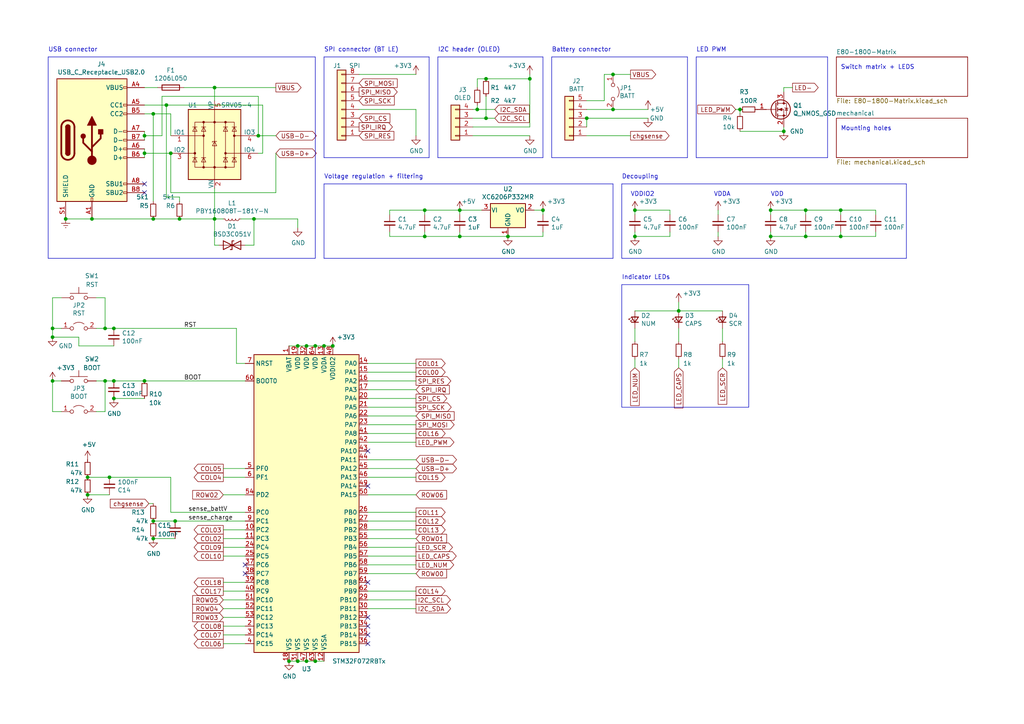
<source format=kicad_sch>
(kicad_sch (version 20211123) (generator eeschema)
  (paper "A4")
  (junction (at 62.23 25.4))
  (junction (at 19.05 63.5))
  (junction (at 88.9 191.77))
  (junction (at 233.68 68.58))
  (junction (at 140.97 22.86))
  (junction (at 25.4 143.51))
  (junction (at 86.36 191.77))
  (junction (at 41.91 44.45))
  (junction (at 88.9 100.33))
  (junction (at 52.07 63.5))
  (junction (at 147.32 68.58))
  (junction (at 44.45 151.13))
  (junction (at 41.91 110.49))
  (junction (at 177.8 21.59))
  (junction (at 91.44 191.77))
  (junction (at 44.45 156.21))
  (junction (at 93.98 100.33))
  (junction (at 157.48 60.96))
  (junction (at 30.48 110.49))
  (junction (at 133.35 60.96))
  (junction (at 123.19 68.58))
  (junction (at 223.52 68.58))
  (junction (at 62.23 63.5))
  (junction (at 91.44 100.33))
  (junction (at 223.52 60.96))
  (junction (at 184.15 60.96))
  (junction (at 49.53 44.45))
  (junction (at 26.67 63.5))
  (junction (at 15.24 97.79))
  (junction (at 41.91 39.37))
  (junction (at 33.02 115.57))
  (junction (at 227.33 38.1))
  (junction (at 73.66 63.5))
  (junction (at 140.97 34.29))
  (junction (at 138.43 31.75))
  (junction (at 170.18 34.29))
  (junction (at 15.24 110.49))
  (junction (at 243.84 60.96))
  (junction (at 74.93 39.37))
  (junction (at 196.85 90.17))
  (junction (at 83.82 191.77))
  (junction (at 233.68 60.96))
  (junction (at 133.35 68.58))
  (junction (at 15.24 95.25))
  (junction (at 31.75 138.43))
  (junction (at 44.45 33.02))
  (junction (at 96.52 100.33))
  (junction (at 33.02 95.25))
  (junction (at 177.8 31.75))
  (junction (at 86.36 100.33))
  (junction (at 243.84 68.58))
  (junction (at 153.67 22.86))
  (junction (at 123.19 60.96))
  (junction (at 50.8 151.13))
  (junction (at 33.02 110.49))
  (junction (at 48.26 30.48))
  (junction (at 30.48 95.25))
  (junction (at 44.45 63.5))
  (junction (at 184.15 68.58))
  (junction (at 214.63 31.75))
  (junction (at 25.4 138.43))
  (no_connect (at 106.68 181.61))
  (no_connect (at 106.68 186.69))
  (no_connect (at 106.68 130.81))
  (no_connect (at 106.68 140.97))
  (no_connect (at 71.12 163.83))
  (no_connect (at 106.68 168.91))
  (no_connect (at 41.91 53.34))
  (no_connect (at 106.68 179.07))
  (no_connect (at 41.91 55.88))
  (no_connect (at 71.12 166.37))
  (no_connect (at 106.68 184.15))
  (wire (pts (xy 233.68 60.96) (xy 243.84 60.96)))
  (wire (pts (xy 64.77 168.91) (xy 71.12 168.91)))
  (wire (pts (xy 71.12 143.51) (xy 64.77 143.51)))
  (wire (pts (xy 41.91 40.64) (xy 41.91 39.37)))
  (wire (pts (xy 64.77 158.75) (xy 71.12 158.75)))
  (wire (pts (xy 243.84 60.96) (xy 254 60.96)))
  (wire (pts (xy 44.45 146.05) (xy 43.18 146.05)))
  (wire (pts (xy 196.85 90.17) (xy 184.15 90.17)))
  (wire (pts (xy 74.93 39.37) (xy 80.01 39.37)))
  (wire (pts (xy 123.19 62.23) (xy 123.19 60.96)))
  (wire (pts (xy 182.88 21.59) (xy 177.8 21.59)))
  (wire (pts (xy 71.12 179.07) (xy 64.77 179.07)))
  (wire (pts (xy 194.31 60.96) (xy 194.31 62.23)))
  (wire (pts (xy 46.99 39.37) (xy 46.99 27.94)))
  (wire (pts (xy 25.4 138.43) (xy 31.75 138.43)))
  (wire (pts (xy 254 68.58) (xy 254 67.31)))
  (polyline (pts (xy 199.39 45.72) (xy 160.02 45.72)) (stroke (width 0) (type solid)))
  (wire (pts (xy 49.53 33.02) (xy 49.53 39.37)))
  (wire (pts (xy 184.15 62.23) (xy 184.15 60.96)))
  (wire (pts (xy 15.24 95.25) (xy 17.78 95.25)))
  (wire (pts (xy 120.65 123.19) (xy 106.68 123.19)))
  (wire (pts (xy 46.99 27.94) (xy 74.93 27.94)))
  (wire (pts (xy 64.77 171.45) (xy 71.12 171.45)))
  (wire (pts (xy 123.19 67.31) (xy 123.19 68.58)))
  (wire (pts (xy 52.07 57.15) (xy 48.26 57.15)))
  (wire (pts (xy 170.18 36.83) (xy 170.18 34.29)))
  (polyline (pts (xy 240.03 45.72) (xy 201.93 45.72)) (stroke (width 0) (type solid)))
  (wire (pts (xy 15.24 86.36) (xy 15.24 95.25)))
  (wire (pts (xy 233.68 62.23) (xy 233.68 60.96)))
  (wire (pts (xy 19.05 63.5) (xy 26.67 63.5)))
  (wire (pts (xy 64.77 186.69) (xy 71.12 186.69)))
  (wire (pts (xy 30.48 119.38) (xy 30.48 110.49)))
  (wire (pts (xy 223.52 68.58) (xy 233.68 68.58)))
  (wire (pts (xy 243.84 62.23) (xy 243.84 60.96)))
  (wire (pts (xy 184.15 68.58) (xy 184.15 67.31)))
  (wire (pts (xy 73.66 63.5) (xy 86.36 63.5)))
  (wire (pts (xy 74.93 27.94) (xy 74.93 39.37)))
  (wire (pts (xy 196.85 87.63) (xy 196.85 90.17)))
  (wire (pts (xy 113.03 60.96) (xy 123.19 60.96)))
  (wire (pts (xy 41.91 115.57) (xy 33.02 115.57)))
  (wire (pts (xy 104.14 31.75) (xy 120.65 31.75)))
  (wire (pts (xy 44.45 58.42) (xy 44.45 33.02)))
  (wire (pts (xy 208.28 68.58) (xy 208.28 67.31)))
  (wire (pts (xy 62.23 25.4) (xy 53.34 25.4)))
  (wire (pts (xy 86.36 100.33) (xy 88.9 100.33)))
  (polyline (pts (xy 201.93 16.51) (xy 240.03 16.51)) (stroke (width 0) (type solid)))
  (wire (pts (xy 243.84 68.58) (xy 254 68.58)))
  (wire (pts (xy 88.9 100.33) (xy 91.44 100.33)))
  (wire (pts (xy 138.43 30.48) (xy 138.43 31.75)))
  (wire (pts (xy 133.35 67.31) (xy 133.35 68.58)))
  (wire (pts (xy 52.07 63.5) (xy 62.23 63.5)))
  (wire (pts (xy 106.68 156.21) (xy 120.65 156.21)))
  (wire (pts (xy 177.8 31.75) (xy 187.96 31.75)))
  (wire (pts (xy 31.75 138.43) (xy 49.53 138.43)))
  (wire (pts (xy 254 60.96) (xy 254 62.23)))
  (polyline (pts (xy 201.93 16.51) (xy 201.93 45.72)) (stroke (width 0) (type solid)))
  (wire (pts (xy 41.91 39.37) (xy 41.91 38.1)))
  (wire (pts (xy 27.94 119.38) (xy 30.48 119.38)))
  (wire (pts (xy 64.77 181.61) (xy 71.12 181.61)))
  (wire (pts (xy 106.68 153.67) (xy 120.65 153.67)))
  (wire (pts (xy 49.53 148.59) (xy 71.12 148.59)))
  (wire (pts (xy 138.43 22.86) (xy 140.97 22.86)))
  (wire (pts (xy 170.18 31.75) (xy 177.8 31.75)))
  (wire (pts (xy 184.15 95.25) (xy 184.15 99.06)))
  (polyline (pts (xy 160.02 16.51) (xy 160.02 45.72)) (stroke (width 0) (type solid)))
  (wire (pts (xy 62.23 63.5) (xy 62.23 71.12)))
  (wire (pts (xy 120.65 115.57) (xy 106.68 115.57)))
  (wire (pts (xy 120.65 110.49) (xy 106.68 110.49)))
  (polyline (pts (xy 180.34 118.11) (xy 180.34 82.55)) (stroke (width 0) (type solid)))
  (wire (pts (xy 41.91 30.48) (xy 48.26 30.48)))
  (polyline (pts (xy 13.97 16.51) (xy 13.97 74.93)) (stroke (width 0) (type solid)))
  (wire (pts (xy 15.24 119.38) (xy 15.24 110.49)))
  (wire (pts (xy 44.45 63.5) (xy 52.07 63.5)))
  (wire (pts (xy 223.52 62.23) (xy 223.52 60.96)))
  (wire (pts (xy 50.8 151.13) (xy 71.12 151.13)))
  (wire (pts (xy 113.03 62.23) (xy 113.03 60.96)))
  (wire (pts (xy 184.15 68.58) (xy 194.31 68.58)))
  (polyline (pts (xy 262.89 53.34) (xy 180.34 53.34)) (stroke (width 0) (type solid)))
  (wire (pts (xy 22.86 97.79) (xy 15.24 97.79)))
  (polyline (pts (xy 93.98 53.34) (xy 177.8 53.34)) (stroke (width 0) (type solid)))
  (wire (pts (xy 123.19 68.58) (xy 113.03 68.58)))
  (wire (pts (xy 104.14 21.59) (xy 120.65 21.59)))
  (wire (pts (xy 91.44 100.33) (xy 93.98 100.33)))
  (wire (pts (xy 233.68 67.31) (xy 233.68 68.58)))
  (wire (pts (xy 41.91 44.45) (xy 49.53 44.45)))
  (wire (pts (xy 137.16 36.83) (xy 153.67 36.83)))
  (wire (pts (xy 45.72 25.4) (xy 41.91 25.4)))
  (wire (pts (xy 80.01 55.88) (xy 80.01 44.45)))
  (wire (pts (xy 76.2 30.48) (xy 76.2 44.45)))
  (polyline (pts (xy 217.17 82.55) (xy 217.17 118.11)) (stroke (width 0) (type solid)))
  (wire (pts (xy 133.35 60.96) (xy 139.7 60.96)))
  (wire (pts (xy 153.67 22.86) (xy 153.67 21.59)))
  (wire (pts (xy 120.65 107.95) (xy 106.68 107.95)))
  (polyline (pts (xy 157.48 45.72) (xy 127 45.72)) (stroke (width 0) (type solid)))
  (wire (pts (xy 120.65 138.43) (xy 106.68 138.43)))
  (wire (pts (xy 120.65 158.75) (xy 106.68 158.75)))
  (wire (pts (xy 64.77 135.89) (xy 71.12 135.89)))
  (wire (pts (xy 25.4 143.51) (xy 31.75 143.51)))
  (polyline (pts (xy 127 16.51) (xy 157.48 16.51)) (stroke (width 0) (type solid)))
  (wire (pts (xy 196.85 104.14) (xy 196.85 106.68)))
  (wire (pts (xy 33.02 100.33) (xy 22.86 100.33)))
  (wire (pts (xy 123.19 60.96) (xy 133.35 60.96)))
  (wire (pts (xy 153.67 39.37) (xy 137.16 39.37)))
  (wire (pts (xy 33.02 95.25) (xy 68.58 95.25)))
  (wire (pts (xy 209.55 104.14) (xy 209.55 106.68)))
  (wire (pts (xy 41.91 110.49) (xy 71.12 110.49)))
  (polyline (pts (xy 217.17 118.11) (xy 180.34 118.11)) (stroke (width 0) (type solid)))
  (polyline (pts (xy 13.97 74.93) (xy 91.44 74.93)) (stroke (width 0) (type solid)))
  (wire (pts (xy 86.36 191.77) (xy 88.9 191.77)))
  (wire (pts (xy 91.44 191.77) (xy 93.98 191.77)))
  (wire (pts (xy 49.53 44.45) (xy 49.53 55.88)))
  (wire (pts (xy 86.36 66.04) (xy 86.36 63.5)))
  (wire (pts (xy 48.26 57.15) (xy 48.26 30.48)))
  (polyline (pts (xy 124.46 45.72) (xy 93.98 45.72)) (stroke (width 0) (type solid)))
  (wire (pts (xy 48.26 30.48) (xy 76.2 30.48)))
  (wire (pts (xy 157.48 62.23) (xy 157.48 60.96)))
  (wire (pts (xy 106.68 118.11) (xy 120.65 118.11)))
  (wire (pts (xy 170.18 39.37) (xy 182.88 39.37)))
  (wire (pts (xy 30.48 110.49) (xy 33.02 110.49)))
  (wire (pts (xy 223.52 68.58) (xy 223.52 67.31)))
  (wire (pts (xy 49.53 138.43) (xy 49.53 148.59)))
  (wire (pts (xy 93.98 100.33) (xy 96.52 100.33)))
  (wire (pts (xy 27.94 110.49) (xy 30.48 110.49)))
  (wire (pts (xy 62.23 54.61) (xy 62.23 63.5)))
  (wire (pts (xy 88.9 191.77) (xy 91.44 191.77)))
  (wire (pts (xy 120.65 125.73) (xy 106.68 125.73)))
  (wire (pts (xy 44.45 156.21) (xy 50.8 156.21)))
  (wire (pts (xy 106.68 135.89) (xy 120.65 135.89)))
  (wire (pts (xy 30.48 95.25) (xy 33.02 95.25)))
  (wire (pts (xy 106.68 113.03) (xy 120.65 113.03)))
  (polyline (pts (xy 177.8 53.34) (xy 177.8 74.93)) (stroke (width 0) (type solid)))
  (wire (pts (xy 83.82 100.33) (xy 86.36 100.33)))
  (wire (pts (xy 137.16 31.75) (xy 138.43 31.75)))
  (wire (pts (xy 69.85 63.5) (xy 73.66 63.5)))
  (wire (pts (xy 120.65 171.45) (xy 106.68 171.45)))
  (wire (pts (xy 15.24 110.49) (xy 17.78 110.49)))
  (wire (pts (xy 138.43 25.4) (xy 138.43 22.86)))
  (wire (pts (xy 44.45 33.02) (xy 49.53 33.02)))
  (polyline (pts (xy 199.39 16.51) (xy 199.39 45.72)) (stroke (width 0) (type solid)))
  (polyline (pts (xy 13.97 16.51) (xy 91.44 16.51)) (stroke (width 0) (type solid)))
  (wire (pts (xy 227.33 38.1) (xy 227.33 36.83)))
  (polyline (pts (xy 240.03 45.72) (xy 240.03 16.51)) (stroke (width 0) (type solid)))
  (wire (pts (xy 22.86 100.33) (xy 22.86 97.79)))
  (wire (pts (xy 15.24 119.38) (xy 17.78 119.38)))
  (polyline (pts (xy 180.34 74.93) (xy 262.89 74.93)) (stroke (width 0) (type solid)))
  (wire (pts (xy 106.68 133.35) (xy 120.65 133.35)))
  (wire (pts (xy 227.33 25.4) (xy 229.87 25.4)))
  (wire (pts (xy 71.12 71.12) (xy 73.66 71.12)))
  (wire (pts (xy 120.65 128.27) (xy 106.68 128.27)))
  (wire (pts (xy 137.16 34.29) (xy 140.97 34.29)))
  (wire (pts (xy 209.55 90.17) (xy 196.85 90.17)))
  (wire (pts (xy 15.24 95.25) (xy 15.24 97.79)))
  (wire (pts (xy 196.85 95.25) (xy 196.85 99.06)))
  (wire (pts (xy 120.65 105.41) (xy 106.68 105.41)))
  (wire (pts (xy 83.82 191.77) (xy 86.36 191.77)))
  (wire (pts (xy 26.67 63.5) (xy 44.45 63.5)))
  (wire (pts (xy 68.58 105.41) (xy 71.12 105.41)))
  (polyline (pts (xy 93.98 45.72) (xy 93.98 16.51)) (stroke (width 0) (type solid)))
  (wire (pts (xy 64.77 176.53) (xy 71.12 176.53)))
  (polyline (pts (xy 124.46 16.51) (xy 124.46 45.72)) (stroke (width 0) (type solid)))
  (wire (pts (xy 184.15 60.96) (xy 194.31 60.96)))
  (wire (pts (xy 49.53 55.88) (xy 80.01 55.88)))
  (polyline (pts (xy 160.02 16.51) (xy 199.39 16.51)) (stroke (width 0) (type solid)))
  (wire (pts (xy 15.24 86.36) (xy 17.78 86.36)))
  (wire (pts (xy 41.91 44.45) (xy 41.91 43.18)))
  (wire (pts (xy 133.35 62.23) (xy 133.35 60.96)))
  (wire (pts (xy 80.01 25.4) (xy 62.23 25.4)))
  (polyline (pts (xy 93.98 16.51) (xy 124.46 16.51)) (stroke (width 0) (type solid)))
  (wire (pts (xy 213.36 31.75) (xy 214.63 31.75)))
  (wire (pts (xy 64.77 138.43) (xy 71.12 138.43)))
  (wire (pts (xy 106.68 151.13) (xy 120.65 151.13)))
  (wire (pts (xy 120.65 31.75) (xy 120.65 39.37)))
  (polyline (pts (xy 180.34 82.55) (xy 217.17 82.55)) (stroke (width 0) (type solid)))
  (wire (pts (xy 157.48 67.31) (xy 157.48 68.58)))
  (wire (pts (xy 153.67 36.83) (xy 153.67 22.86)))
  (wire (pts (xy 113.03 68.58) (xy 113.03 67.31)))
  (wire (pts (xy 208.28 62.23) (xy 208.28 60.96)))
  (wire (pts (xy 106.68 166.37) (xy 120.65 166.37)))
  (wire (pts (xy 64.77 173.99) (xy 71.12 173.99)))
  (polyline (pts (xy 91.44 16.51) (xy 91.44 74.93)) (stroke (width 0) (type solid)))
  (wire (pts (xy 64.77 161.29) (xy 71.12 161.29)))
  (wire (pts (xy 120.65 173.99) (xy 106.68 173.99)))
  (wire (pts (xy 214.63 38.1) (xy 227.33 38.1)))
  (polyline (pts (xy 93.98 74.93) (xy 177.8 74.93)) (stroke (width 0) (type solid)))
  (wire (pts (xy 120.65 163.83) (xy 106.68 163.83)))
  (wire (pts (xy 76.2 44.45) (xy 74.93 44.45)))
  (wire (pts (xy 41.91 33.02) (xy 44.45 33.02)))
  (wire (pts (xy 194.31 68.58) (xy 194.31 67.31)))
  (wire (pts (xy 30.48 86.36) (xy 30.48 95.25)))
  (wire (pts (xy 187.96 34.29) (xy 170.18 34.29)))
  (wire (pts (xy 106.68 148.59) (xy 120.65 148.59)))
  (wire (pts (xy 44.45 151.13) (xy 50.8 151.13)))
  (polyline (pts (xy 262.89 74.93) (xy 262.89 53.34)) (stroke (width 0) (type solid)))
  (wire (pts (xy 62.23 29.21) (xy 62.23 25.4)))
  (wire (pts (xy 27.94 86.36) (xy 30.48 86.36)))
  (polyline (pts (xy 157.48 16.51) (xy 157.48 45.72)) (stroke (width 0) (type solid)))
  (wire (pts (xy 223.52 60.96) (xy 233.68 60.96)))
  (wire (pts (xy 73.66 71.12) (xy 73.66 63.5)))
  (wire (pts (xy 68.58 95.25) (xy 68.58 105.41)))
  (polyline (pts (xy 180.34 53.34) (xy 180.34 74.93)) (stroke (width 0) (type solid)))
  (wire (pts (xy 243.84 67.31) (xy 243.84 68.58)))
  (wire (pts (xy 154.94 60.96) (xy 157.48 60.96)))
  (polyline (pts (xy 127 45.72) (xy 127 16.51)) (stroke (width 0) (type solid)))
  (wire (pts (xy 123.19 68.58) (xy 133.35 68.58)))
  (wire (pts (xy 175.26 21.59) (xy 175.26 29.21)))
  (wire (pts (xy 106.68 143.51) (xy 120.65 143.51)))
  (wire (pts (xy 209.55 95.25) (xy 209.55 99.06)))
  (wire (pts (xy 52.07 58.42) (xy 52.07 57.15)))
  (wire (pts (xy 41.91 45.72) (xy 41.91 44.45)))
  (wire (pts (xy 64.77 153.67) (xy 71.12 153.67)))
  (wire (pts (xy 175.26 29.21) (xy 170.18 29.21)))
  (wire (pts (xy 64.77 156.21) (xy 71.12 156.21)))
  (wire (pts (xy 64.77 184.15) (xy 71.12 184.15)))
  (wire (pts (xy 120.65 176.53) (xy 106.68 176.53)))
  (wire (pts (xy 133.35 68.58) (xy 147.32 68.58)))
  (wire (pts (xy 140.97 22.86) (xy 153.67 22.86)))
  (wire (pts (xy 184.15 104.14) (xy 184.15 106.68)))
  (wire (pts (xy 33.02 110.49) (xy 41.91 110.49)))
  (wire (pts (xy 227.33 25.4) (xy 227.33 26.67)))
  (wire (pts (xy 214.63 31.75) (xy 214.63 33.02)))
  (wire (pts (xy 147.32 68.58) (xy 157.48 68.58)))
  (wire (pts (xy 62.23 71.12) (xy 63.5 71.12)))
  (wire (pts (xy 138.43 31.75) (xy 143.51 31.75)))
  (polyline (pts (xy 93.98 74.93) (xy 93.98 53.34)) (stroke (width 0) (type solid)))
  (wire (pts (xy 233.68 68.58) (xy 243.84 68.58)))
  (wire (pts (xy 41.91 39.37) (xy 46.99 39.37)))
  (wire (pts (xy 62.23 63.5) (xy 64.77 63.5)))
  (wire (pts (xy 177.8 21.59) (xy 175.26 21.59)))
  (wire (pts (xy 106.68 161.29) (xy 120.65 161.29)))
  (wire (pts (xy 27.94 95.25) (xy 30.48 95.25)))
  (wire (pts (xy 140.97 34.29) (xy 143.51 34.29)))
  (wire (pts (xy 140.97 27.94) (xy 140.97 34.29)))
  (wire (pts (xy 106.68 120.65) (xy 120.65 120.65)))
  (text "Mounting holes" (at 243.84 38.1 0) (effects (font (size 1.27 1.27)) (justify left bottom)))
  (text "LED PWM" (at 201.93 15.24 0) (effects (font (size 1.27 1.27)) (justify left bottom)))
  (text "VDDA" (at 207.01 57.15 0) (effects (font (size 1.27 1.27)) (justify left bottom)))
  (text "SPI connector (BT LE)" (at 93.98 15.24 0) (effects (font (size 1.27 1.27)) (justify left bottom)))
  (text "VDD" (at 223.52 57.15 0) (effects (font (size 1.27 1.27)) (justify left bottom)))
  (text "USB connector" (at 13.97 15.24 0) (effects (font (size 1.27 1.27)) (justify left bottom)))
  (text "I2C header (OLED)" (at 127 15.24 0) (effects (font (size 1.27 1.27)) (justify left bottom)))
  (text "VDDIO2" (at 182.88 57.15 0) (effects (font (size 1.27 1.27)) (justify left bottom)))
  (text "Indicator LEDs" (at 180.34 81.28 0) (effects (font (size 1.27 1.27)) (justify left bottom)))
  (text "Voltage regulation + filtering" (at 93.98 52.07 0) (effects (font (size 1.27 1.27)) (justify left bottom)))
  (text "Switch matrix + LEDS" (at 243.84 20.32 0) (effects (font (size 1.27 1.27)) (justify left bottom)))
  (text "Decoupling" (at 180.34 52.07 0) (effects (font (size 1.27 1.27)) (justify left bottom)))
  (text "Battery connector" (at 160.02 15.24 0) (effects (font (size 1.27 1.27)) (justify left bottom)))
  (label "BOOT" (at 53.34 110.49 0))
  (label "RST" (at 53.34 95.25 0))
  (label "sense_charge" (at 54.61 151.13 0))
  (label "sense_battV" (at 54.61 148.59 0))
  (global_label "LED_SCR" (shape input) (at 209.55 106.68 270) (property "Intersheet References" "${INTERSHEET_REFS}" (effects hide)))
  (global_label "COL14" (shape output) (at 120.65 171.45 0) (property "Intersheet References" "${INTERSHEET_REFS}" (effects hide)))
  (global_label "COL08" (shape output) (at 64.77 181.61 180) (property "Intersheet References" "${INTERSHEET_REFS}" (effects hide)))
  (global_label "USB-D+" (shape bidirectional) (at 80.01 44.45 0) (property "Intersheet References" "${INTERSHEET_REFS}" (effects hide)))
  (global_label "COL03" (shape output) (at 64.77 153.67 180) (property "Intersheet References" "${INTERSHEET_REFS}" (effects hide)))
  (global_label "ROW01" (shape input) (at 120.65 156.21 0) (property "Intersheet References" "${INTERSHEET_REFS}" (effects hide)))
  (global_label "SPI_IRQ" (shape output) (at 104.14 36.83 0) (property "Intersheet References" "${INTERSHEET_REFS}" (effects hide)))
  (global_label "ROW03" (shape input) (at 64.77 179.07 180) (property "Intersheet References" "${INTERSHEET_REFS}" (effects hide)))
  (global_label "VBUS" (shape output) (at 182.88 21.59 0) (property "Intersheet References" "${INTERSHEET_REFS}" (effects hide)))
  (global_label "I2C_SCL" (shape input) (at 143.51 34.29 0) (property "Intersheet References" "${INTERSHEET_REFS}" (effects hide)))
  (global_label "COL05" (shape output) (at 64.77 135.89 180) (property "Intersheet References" "${INTERSHEET_REFS}" (effects hide)))
  (global_label "SPI_IRQ" (shape input) (at 120.65 113.03 0) (property "Intersheet References" "${INTERSHEET_REFS}" (effects hide)))
  (global_label "COL12" (shape output) (at 120.65 151.13 0) (property "Intersheet References" "${INTERSHEET_REFS}" (effects hide)))
  (global_label "LED_SCR" (shape output) (at 120.65 158.75 0) (property "Intersheet References" "${INTERSHEET_REFS}" (effects hide)))
  (global_label "COL06" (shape output) (at 64.77 186.69 180) (property "Intersheet References" "${INTERSHEET_REFS}" (effects hide)))
  (global_label "SPI_RES" (shape output) (at 120.65 110.49 0) (property "Intersheet References" "${INTERSHEET_REFS}" (effects hide)))
  (global_label "ROW06" (shape input) (at 120.65 143.51 0) (property "Intersheet References" "${INTERSHEET_REFS}" (effects hide)))
  (global_label "LED_CAPS" (shape input) (at 196.85 106.68 270) (property "Intersheet References" "${INTERSHEET_REFS}" (effects hide)))
  (global_label "COL18" (shape output) (at 64.77 168.91 180) (property "Intersheet References" "${INTERSHEET_REFS}" (effects hide)))
  (global_label "LED_PWM" (shape input) (at 213.36 31.75 180) (property "Intersheet References" "${INTERSHEET_REFS}" (effects hide)))
  (global_label "SPI_MOSI" (shape output) (at 120.65 123.19 0) (property "Intersheet References" "${INTERSHEET_REFS}" (effects hide)))
  (global_label "USB-D-" (shape bidirectional) (at 80.01 39.37 0) (property "Intersheet References" "${INTERSHEET_REFS}" (effects hide)))
  (global_label "COL17" (shape output) (at 64.77 171.45 180) (property "Intersheet References" "${INTERSHEET_REFS}" (effects hide)))
  (global_label "SPI_MISO" (shape output) (at 104.14 26.67 0) (property "Intersheet References" "${INTERSHEET_REFS}" (effects hide)))
  (global_label "COL02" (shape output) (at 64.77 156.21 180) (property "Intersheet References" "${INTERSHEET_REFS}" (effects hide)))
  (global_label "USB-D-" (shape bidirectional) (at 120.65 133.35 0) (property "Intersheet References" "${INTERSHEET_REFS}" (effects hide)))
  (global_label "LED-" (shape output) (at 229.87 25.4 0) (property "Intersheet References" "${INTERSHEET_REFS}" (effects hide)))
  (global_label "I2C_SCL" (shape output) (at 120.65 173.99 0) (property "Intersheet References" "${INTERSHEET_REFS}" (effects hide)))
  (global_label "COL13" (shape output) (at 120.65 153.67 0) (property "Intersheet References" "${INTERSHEET_REFS}" (effects hide)))
  (global_label "COL09" (shape output) (at 64.77 158.75 180) (property "Intersheet References" "${INTERSHEET_REFS}" (effects hide)))
  (global_label "COL04" (shape output) (at 64.77 138.43 180) (property "Intersheet References" "${INTERSHEET_REFS}" (effects hide)))
  (global_label "SPI_RES" (shape input) (at 104.14 39.37 0) (property "Intersheet References" "${INTERSHEET_REFS}" (effects hide)))
  (global_label "SPI_CS" (shape output) (at 120.65 115.57 0) (property "Intersheet References" "${INTERSHEET_REFS}" (effects hide)))
  (global_label "COL00" (shape output) (at 120.65 107.95 0) (property "Intersheet References" "${INTERSHEET_REFS}" (effects hide)))
  (global_label "SPI_CS" (shape input) (at 104.14 34.29 0) (property "Intersheet References" "${INTERSHEET_REFS}" (effects hide)))
  (global_label "LED_NUM" (shape input) (at 184.15 106.68 270) (property "Intersheet References" "${INTERSHEET_REFS}" (effects hide)))
  (global_label "SPI_SCK" (shape input) (at 104.14 29.21 0) (property "Intersheet References" "${INTERSHEET_REFS}" (effects hide)))
  (global_label "VBUS" (shape output) (at 80.01 25.4 0) (property "Intersheet References" "${INTERSHEET_REFS}" (effects hide)))
  (global_label "LED_CAPS" (shape output) (at 120.65 161.29 0) (property "Intersheet References" "${INTERSHEET_REFS}" (effects hide)))
  (global_label "SPI_MISO" (shape input) (at 120.65 120.65 0) (property "Intersheet References" "${INTERSHEET_REFS}" (effects hide)))
  (global_label "COL11" (shape output) (at 120.65 148.59 0) (property "Intersheet References" "${INTERSHEET_REFS}" (effects hide)))
  (global_label "SPI_SCK" (shape output) (at 120.65 118.11 0) (property "Intersheet References" "${INTERSHEET_REFS}" (effects hide)))
  (global_label "COL16" (shape output) (at 120.65 125.73 0) (property "Intersheet References" "${INTERSHEET_REFS}" (effects hide)))
  (global_label "LED_NUM" (shape output) (at 120.65 163.83 0) (property "Intersheet References" "${INTERSHEET_REFS}" (effects hide)))
  (global_label "USB-D+" (shape bidirectional) (at 120.65 135.89 0) (property "Intersheet References" "${INTERSHEET_REFS}" (effects hide)))
  (global_label "ROW00" (shape input) (at 120.65 166.37 0) (property "Intersheet References" "${INTERSHEET_REFS}" (effects hide)))
  (global_label "ROW04" (shape input) (at 64.77 176.53 180) (property "Intersheet References" "${INTERSHEET_REFS}" (effects hide)))
  (global_label "COL01" (shape output) (at 120.65 105.41 0) (property "Intersheet References" "${INTERSHEET_REFS}" (effects hide)))
  (global_label "I2C_SDA" (shape input) (at 143.51 31.75 0) (property "Intersheet References" "${INTERSHEET_REFS}" (effects hide)))
  (global_label "LED_PWM" (shape output) (at 120.65 128.27 0) (property "Intersheet References" "${INTERSHEET_REFS}" (effects hide)))
  (global_label "ROW02" (shape input) (at 64.77 143.51 180) (property "Intersheet References" "${INTERSHEET_REFS}" (effects hide)))
  (global_label "COL15" (shape output) (at 120.65 138.43 0) (property "Intersheet References" "${INTERSHEET_REFS}" (effects hide)))
  (global_label "SPI_MOSI" (shape input) (at 104.14 24.13 0) (property "Intersheet References" "${INTERSHEET_REFS}" (effects hide)))
  (global_label "COL07" (shape output) (at 64.77 184.15 180) (property "Intersheet References" "${INTERSHEET_REFS}" (effects hide)))
  (global_label "chgsense" (shape input) (at 43.18 146.05 180) (property "Intersheet References" "${INTERSHEET_REFS}" (effects hide)))
  (global_label "COL10" (shape output) (at 64.77 161.29 180) (property "Intersheet References" "${INTERSHEET_REFS}" (effects hide)))
  (global_label "chgsense" (shape output) (at 182.88 39.37 0) (property "Intersheet References" "${INTERSHEET_REFS}" (effects hide)))
  (global_label "ROW05" (shape input) (at 64.77 173.99 180) (property "Intersheet References" "${INTERSHEET_REFS}" (effects hide)))
  (global_label "I2C_SDA" (shape output) (at 120.65 176.53 0) (property "Intersheet References" "${INTERSHEET_REFS}" (effects hide)))
  (symbol (lib_id "power:+3.3V") (at 157.48 60.96 0) (unit 1)
    (property "Reference" "#PWR09" (effects hide))
    (property "Value" "+3.3V" (at 161.29 58.42 0))
  )
  (symbol (lib_id "power:GND") (at 147.32 68.58 0) (unit 1)
    (property "Reference" "#PWR015" (effects hide))
    (property "Value" "GND" (at 147.447 72.9742 0))
  )
  (symbol (lib_id "Device:C_Small") (at 194.31 64.77 0) (unit 1)
    (property "Reference" "C6" (at 196.6468 63.6016 0) (effects (justify left)))
    (property "Value" "100nF" (at 196.6468 65.913 0) (effects (justify left)))
    (property "Footprint" "Capacitor_SMD:C_0603_1608Metric" (effects hide))
    (property "LCSC" "C14663" (effects hide))
  )
  (symbol (lib_id "Device:C_Small") (at 208.28 64.77 0) (unit 1)
    (property "Reference" "C7" (at 210.6168 63.6016 0) (effects (justify left)))
    (property "Value" "100nF" (at 210.6168 65.913 0) (effects (justify left)))
    (property "Footprint" "Capacitor_SMD:C_0603_1608Metric" (effects hide))
    (property "LCSC" "C14663" (effects hide))
  )
  (symbol (lib_id "Device:C_Small") (at 254 64.77 0) (unit 1)
    (property "Reference" "C11" (at 256.3368 63.6016 0) (effects (justify left)))
    (property "Value" "100nF" (at 256.3368 65.913 0) (effects (justify left)))
    (property "Footprint" "Capacitor_SMD:C_0603_1608Metric" (effects hide))
    (property "LCSC" "C14663" (effects hide))
  )
  (symbol (lib_id "Device:C_Small") (at 243.84 64.77 0) (unit 1)
    (property "Reference" "C10" (at 246.1768 63.6016 0) (effects (justify left)))
    (property "Value" "100nF" (at 246.1768 65.913 0) (effects (justify left)))
    (property "Footprint" "Capacitor_SMD:C_0603_1608Metric" (effects hide))
    (property "LCSC" "C14663" (effects hide))
  )
  (symbol (lib_id "Device:C_Small") (at 223.52 64.77 0) (unit 1)
    (property "Reference" "C8" (at 225.8568 63.6016 0) (effects (justify left)))
    (property "Value" "4.7uF" (at 225.8568 65.913 0) (effects (justify left)))
    (property "Footprint" "Capacitor_SMD:C_0603_1608Metric" (effects hide))
    (property "LCSC" "C19666" (effects hide))
  )
  (symbol (lib_id "Switch:SW_Push") (at 22.86 86.36 0) (unit 1)
    (property "Reference" "SW1" (at 26.67 80.01 0))
    (property "Value" "RST" (at 26.67 82.55 0))
    (property "Footprint" "Button_Switch_SMD:SW_SPST_SKQG_WithoutStem" (effects hide))
  )
  (symbol (lib_id "power:GND") (at 15.24 97.79 0) (unit 1)
    (property "Reference" "#PWR020" (effects hide))
    (property "Value" "GND" (at 19.05 100.33 0))
  )
  (symbol (lib_id "Device:C_Small") (at 33.02 97.79 0) (unit 1)
    (property "Reference" "C12" (at 35.3568 96.6216 0) (effects (justify left)))
    (property "Value" "100nF" (at 35.3568 98.933 0) (effects (justify left)))
    (property "Footprint" "Capacitor_SMD:C_0603_1608Metric" (effects hide))
    (property "LCSC" "C14663" (effects hide))
  )
  (symbol (lib_id "Regulator_Linear:XC6206PxxxMR") (at 147.32 60.96 0) (unit 1)
    (property "Reference" "U2" (at 147.32 54.8132 0))
    (property "Value" "XC6206P332MR" (at 147.32 57.1246 0))
    (property "Footprint" "Package_TO_SOT_SMD:SOT-23" (effects hide))
    (property "Datasheet" "https://www.torexsemi.com/file/xc6206/XC6206.pdf" (effects hide))
    (property "LCSC" "C5446" (effects hide))
  )
  (symbol (lib_id "Device:C_Small") (at 133.35 64.77 0) (unit 1)
    (property "Reference" "C3" (at 135.6868 63.6016 0) (effects (justify left)))
    (property "Value" "1uF" (at 135.6868 65.913 0) (effects (justify left)))
    (property "Footprint" "Capacitor_SMD:C_0603_1608Metric" (effects hide))
    (property "LCSC" "C15849" (effects hide))
  )
  (symbol (lib_id "Device:C_Small") (at 157.48 64.77 0) (unit 1)
    (property "Reference" "C4" (at 159.8168 63.6016 0) (effects (justify left)))
    (property "Value" "1uF" (at 159.8168 65.913 0) (effects (justify left)))
    (property "Footprint" "Capacitor_SMD:C_0603_1608Metric" (effects hide))
    (property "LCSC" "C15849" (effects hide))
  )
  (symbol (lib_id "power:GND") (at 86.36 66.04 0) (unit 1)
    (property "Reference" "#PWR014" (effects hide))
    (property "Value" "GND" (at 86.487 70.4342 0))
  )
  (symbol (lib_id "Device:R_Small") (at 217.17 31.75 90) (mirror x) (unit 1)
    (property "Reference" "R3" (at 217.17 26.67 90) (effects (justify left)))
    (property "Value" "100R" (at 219.71 29.21 90) (effects (justify left)))
    (property "Footprint" "Resistor_SMD:R_0603_1608Metric" (effects hide))
    (property "LCSC" "C22775" (effects hide))
  )
  (symbol (lib_id "power:+5V") (at 133.35 60.96 0) (unit 1)
    (property "Reference" "#PWR08" (effects hide))
    (property "Value" "+5V" (at 135.89 58.42 0))
  )
  (symbol (lib_id "Connector_Generic:Conn_01x08") (at 99.06 31.75 180) (unit 1)
    (property "Reference" "J1" (at 97.79 19.05 0))
    (property "Value" "SPI" (at 102.87 19.05 0))
    (property "Footprint" "Connector_JST:JST_SH_SM08B-SRSS-TB_1x08-1MP_P1.00mm_Horizontal" (effects hide))
  )
  (symbol (lib_id "power:GND") (at 120.65 39.37 0) (unit 1)
    (property "Reference" "#PWR06" (effects hide))
    (property "Value" "GND" (at 120.777 43.7642 0))
  )
  (symbol (lib_id "Device:Q_NMOS_GSD") (at 224.79 31.75 0) (unit 1)
    (property "Reference" "Q1" (at 229.997 30.5816 0) (effects (justify left)))
    (property "Value" "Q_NMOS_GSD" (at 229.997 32.893 0) (effects (justify left)))
    (property "Footprint" "Package_TO_SOT_SMD:SOT-23" (effects hide))
    (property "LCSC" "C20917" (effects hide))
  )
  (symbol (lib_id "power:GND") (at 227.33 38.1 0) (unit 1)
    (property "Reference" "#PWR05" (effects hide))
    (property "Value" "GND" (at 231.14 38.1 0))
  )
  (symbol (lib_id "Switch:SW_Push") (at 22.86 110.49 0) (unit 1)
    (property "Reference" "SW2" (at 26.67 104.14 0))
    (property "Value" "BOOT" (at 26.67 106.68 0))
    (property "Footprint" "Button_Switch_SMD:SW_SPST_SKQG_WithoutStem" (effects hide))
  )
  (symbol (lib_id "power:GND") (at 33.02 115.57 0) (unit 1)
    (property "Reference" "#PWR023" (effects hide))
    (property "Value" "GND" (at 33.147 119.9642 0))
  )
  (symbol (lib_id "Device:C_Small") (at 33.02 113.03 0) (unit 1)
    (property "Reference" "C13" (at 35.3568 111.8616 0) (effects (justify left)))
    (property "Value" "100nF" (at 35.3568 114.173 0) (effects (justify left)))
    (property "Footprint" "Capacitor_SMD:C_0603_1608Metric" (effects hide))
    (property "LCSC" "C14663" (effects hide))
  )
  (symbol (lib_id "Device:C_Small") (at 113.03 64.77 0) (unit 1)
    (property "Reference" "C1" (at 115.3668 63.6016 0) (effects (justify left)))
    (property "Value" "4.7uF" (at 115.3668 65.913 0) (effects (justify left)))
    (property "Footprint" "Capacitor_SMD:C_0603_1608Metric" (effects hide))
    (property "LCSC" "C19666" (effects hide))
  )
  (symbol (lib_id "Device:R_Small") (at 41.91 113.03 0) (unit 1)
    (property "Reference" "R10" (at 43.18 114.3 0) (effects (justify left)))
    (property "Value" "10k" (at 43.18 116.84 0) (effects (justify left)))
    (property "Footprint" "Resistor_SMD:R_0603_1608Metric" (effects hide))
    (property "LCSC" "C25804" (effects hide))
  )
  (symbol (lib_id "power:+3.3V") (at 15.24 110.49 0) (unit 1)
    (property "Reference" "#PWR022" (effects hide))
    (property "Value" "+3.3V" (at 19.05 106.68 0))
  )
  (symbol (lib_id "Device:C_Small") (at 50.8 153.67 0) (unit 1)
    (property "Reference" "C15" (at 45.72 152.4 0) (effects (justify left)))
    (property "Value" "100nF" (at 45.72 154.94 0) (effects (justify left)))
    (property "Footprint" "Capacitor_SMD:C_0603_1608Metric" (effects hide))
    (property "LCSC" "C14663" (effects hide))
  )
  (symbol (lib_id "Device:R_Small") (at 44.45 153.67 0) (unit 1)
    (property "Reference" "R14" (at 38.1 153.67 0) (effects (justify left)))
    (property "Value" "47k" (at 39.37 156.21 0) (effects (justify left)))
    (property "Footprint" "Resistor_SMD:R_0603_1608Metric" (effects hide))
    (property "LCSC" "C25819" (effects hide))
  )
  (symbol (lib_id "Device:R_Small") (at 44.45 148.59 0) (unit 1)
    (property "Reference" "R13" (at 38.1 148.59 0) (effects (justify left)))
    (property "Value" "47k" (at 39.37 151.13 0) (effects (justify left)))
    (property "Footprint" "Resistor_SMD:R_0603_1608Metric" (effects hide))
    (property "LCSC" "C25819" (effects hide))
  )
  (symbol (lib_id "power:GND") (at 44.45 156.21 0) (unit 1)
    (property "Reference" "#PWR026" (effects hide))
    (property "Value" "GND" (at 44.577 160.6042 0))
  )
  (symbol (lib_id "power:+3.3V") (at 120.65 21.59 0) (unit 1)
    (property "Reference" "#PWR01" (effects hide))
    (property "Value" "+3.3V" (at 116.84 19.05 0))
  )
  (symbol (lib_id "Device:C_Small") (at 31.75 140.97 0) (mirror x) (unit 1)
    (property "Reference" "C14" (at 34.0868 142.1384 0) (effects (justify left)))
    (property "Value" "100nF" (at 34.0868 139.827 0) (effects (justify left)))
    (property "Footprint" "Capacitor_SMD:C_0603_1608Metric" (effects hide))
    (property "LCSC" "C14663" (effects hide))
  )
  (symbol (lib_id "Device:R_Small") (at 25.4 140.97 0) (unit 1)
    (property "Reference" "R12" (at 19.05 139.7 0) (effects (justify left)))
    (property "Value" "47k" (at 20.32 142.24 0) (effects (justify left)))
    (property "Footprint" "Resistor_SMD:R_0603_1608Metric" (effects hide))
    (property "LCSC" "C25819" (effects hide))
  )
  (symbol (lib_id "Device:R_Small") (at 25.4 135.89 0) (unit 1)
    (property "Reference" "R11" (at 19.05 134.62 0) (effects (justify left)))
    (property "Value" "47k" (at 20.32 137.16 0) (effects (justify left)))
    (property "Footprint" "Resistor_SMD:R_0603_1608Metric" (effects hide))
    (property "LCSC" "C25819" (effects hide))
  )
  (symbol (lib_id "power:GND") (at 25.4 143.51 0) (unit 1)
    (property "Reference" "#PWR025" (effects hide))
    (property "Value" "GND" (at 25.527 147.9042 0))
  )
  (symbol (lib_id "power:+5V") (at 25.4 133.35 0) (unit 1)
    (property "Reference" "#PWR024" (effects hide))
    (property "Value" "+5V" (at 25.781 128.9558 0))
  )
  (symbol (lib_id "MCU_ST_STM32F0:STM32F072RBTx") (at 88.9 146.05 0) (unit 1)
    (property "Reference" "U3" (at 88.9 194.0306 0))
    (property "Value" "STM32F072RBTx" (at 104.14 191.77 0))
    (property "Footprint" "Package_QFP:LQFP-64_10x10mm_P0.5mm" (effects hide))
    (property "Datasheet" "http://www.st.com/st-web-ui/static/active/en/resource/technical/document/datasheet/DM00090510.pdf" (effects hide))
    (property "LCSC" "C46046" (effects hide))
  )
  (symbol (lib_id "Connector:USB_C_Receptacle_USB2.0") (at 26.67 40.64 0) (unit 1)
    (property "Reference" "J4" (at 29.3878 18.6182 0))
    (property "Value" "USB_C_Receptacle_USB2.0" (at 29.3878 20.9296 0))
    (property "Footprint" "Connector_USB:USB_C_Receptacle_HRO_TYPE-C-31-M-12" (effects hide))
    (property "Datasheet" "https://www.usb.org/sites/default/files/documents/usb_type-c.zip" (effects hide))
    (property "LCSC" " C165948" (effects hide))
  )
  (symbol (lib_id "Power_Protection:SRV05-4") (at 62.23 41.91 0) (unit 1)
    (property "Reference" "U1" (at 55.88 30.48 0))
    (property "Value" "SRV05-4" (at 68.58 30.48 0))
    (property "Footprint" "Package_TO_SOT_SMD:SOT-23-6" (effects hide))
    (property "Datasheet" "http://www.onsemi.com/pub/Collateral/SRV05-4-D.PDF" (effects hide))
    (property "LCSC" "C85364" (effects hide))
  )
  (symbol (lib_id "Device:Fuse") (at 49.53 25.4 270) (unit 1)
    (property "Reference" "F1" (at 49.53 20.3962 90))
    (property "Value" "1206L050" (at 49.53 22.7076 90))
    (property "Footprint" "Fuse:Fuse_1206_3216Metric" (effects hide))
    (property "Datasheet" "https://datasheet.lcsc.com/szlcsc/1810171711_Littelfuse-1206L050-15YR_C151162.pdf" (effects hide))
    (property "LCSC" "C151162" (effects hide))
  )
  (symbol (lib_id "Device:R_Small") (at 44.45 60.96 180) (unit 1)
    (property "Reference" "R5" (at 43.18 59.69 0) (effects (justify left)))
    (property "Value" "5k1" (at 43.18 57.15 0) (effects (justify left)))
    (property "Footprint" "Resistor_SMD:R_0603_1608Metric" (effects hide))
    (property "LCSC" "C23186" (effects hide))
  )
  (symbol (lib_id "Device:R_Small") (at 52.07 60.96 180) (unit 1)
    (property "Reference" "R6" (at 50.8 59.69 0) (effects (justify left)))
    (property "Value" "5k1" (at 50.8 57.15 0) (effects (justify left)))
    (property "Footprint" "Resistor_SMD:R_0603_1608Metric" (effects hide))
    (property "LCSC" "C23186" (effects hide))
  )
  (symbol (lib_id "Device:L_Small") (at 67.31 63.5 270) (unit 1)
    (property "Reference" "L1" (at 67.31 58.9026 90))
    (property "Value" "PBY160808T-181Y-N" (at 67.31 61.214 90))
    (property "Footprint" "Inductor_SMD:L_0603_1608Metric_Pad1.05x0.95mm_HandSolder" (effects hide))
    (property "LCSC" "C114288" (effects hide))
  )
  (symbol (lib_id "Device:R_Small") (at 138.43 27.94 0) (unit 1)
    (property "Reference" "R2" (at 142.24 29.21 0) (effects (justify left)))
    (property "Value" "4k7" (at 146.05 29.21 0) (effects (justify left)))
    (property "Footprint" "Resistor_SMD:R_0603_1608Metric" (effects hide))
    (property "LCSC" "C23162" (effects hide))
  )
  (symbol (lib_id "Device:R_Small") (at 140.97 25.4 0) (unit 1)
    (property "Reference" "R1" (at 142.24 25.4 0) (effects (justify left)))
    (property "Value" "4k7" (at 146.05 25.4 0) (effects (justify left)))
    (property "Footprint" "Resistor_SMD:R_0603_1608Metric" (effects hide))
    (property "LCSC" "C23162" (effects hide))
  )
  (symbol (lib_id "power:Earth") (at 19.05 63.5 0) (unit 1)
    (property "Reference" "#PWR013" (effects hide))
    (property "Value" "Earth" (effects hide))
  )
  (symbol (lib_id "Connector_Generic:Conn_01x05") (at 165.1 34.29 180) (unit 1)
    (property "Reference" "J2" (at 167.1828 23.495 0))
    (property "Value" "BATT" (at 167.1828 25.8064 0))
    (property "Footprint" "Connector_JST:JST_SH_SM05B-SRSS-TB_1x05-1MP_P1.00mm_Horizontal" (effects hide))
  )
  (symbol (lib_id "power:+5V") (at 187.96 31.75 0) (unit 1)
    (property "Reference" "#PWR03" (effects hide))
    (property "Value" "+5V" (at 190.5 31.75 0))
  )
  (symbol (lib_id "power:GND") (at 187.96 34.29 0) (unit 1)
    (property "Reference" "#PWR04" (effects hide))
    (property "Value" "GND" (at 190.5 34.29 0))
  )
  (symbol (lib_id "Device:LED_Small") (at 184.15 92.71 90) (unit 1)
    (property "Reference" "D2" (at 185.928 91.5416 90) (effects (justify right)))
    (property "Value" "NUM" (at 185.928 93.853 90) (effects (justify right)))
    (property "Footprint" "LED_THT:LED_D3.0mm" (effects hide))
  )
  (symbol (lib_id "Device:LED_Small") (at 196.85 92.71 90) (unit 1)
    (property "Reference" "D3" (at 198.628 91.5416 90) (effects (justify right)))
    (property "Value" "CAPS" (at 198.628 93.853 90) (effects (justify right)))
    (property "Footprint" "LED_THT:LED_D3.0mm" (effects hide))
  )
  (symbol (lib_id "Device:LED_Small") (at 209.55 92.71 90) (unit 1)
    (property "Reference" "D4" (at 211.328 91.5416 90) (effects (justify right)))
    (property "Value" "SCR" (at 211.328 93.853 90) (effects (justify right)))
    (property "Footprint" "LED_THT:LED_D3.0mm" (effects hide))
  )
  (symbol (lib_id "Device:R_Small") (at 184.15 101.6 0) (unit 1)
    (property "Reference" "R7" (at 185.42 102.87 0) (effects (justify left)))
    (property "Value" "1k" (at 185.42 105.41 0) (effects (justify left)))
    (property "Footprint" "Resistor_SMD:R_0603_1608Metric" (effects hide))
    (property "LCSC" "C21190" (effects hide))
  )
  (symbol (lib_id "Device:R_Small") (at 196.85 101.6 0) (unit 1)
    (property "Reference" "R8" (at 198.12 102.87 0) (effects (justify left)))
    (property "Value" "1k" (at 198.12 105.41 0) (effects (justify left)))
    (property "Footprint" "Resistor_SMD:R_0603_1608Metric" (effects hide))
    (property "LCSC" "C21190" (effects hide))
  )
  (symbol (lib_id "Device:R_Small") (at 209.55 101.6 0) (unit 1)
    (property "Reference" "R9" (at 210.82 102.87 0) (effects (justify left)))
    (property "Value" "1k" (at 210.82 105.41 0) (effects (justify left)))
    (property "Footprint" "Resistor_SMD:R_0603_1608Metric" (effects hide))
    (property "LCSC" "C21190" (effects hide))
  )
  (symbol (lib_id "Jumper:Jumper_2_Open") (at 177.8 26.67 270) (unit 1)
    (property "Reference" "JP1" (at 179.6796 25.5016 90) (effects (justify left)))
    (property "Value" "BATT" (at 179.6796 27.813 90) (effects (justify left)))
    (property "Footprint" "Jumper:SolderJumper-2_P1.3mm_Bridged2Bar_Pad1.0x1.5mm" (effects hide))
  )
  (symbol (lib_id "Device:R_Small") (at 214.63 35.56 0) (unit 1)
    (property "Reference" "R4" (at 209.55 34.29 0) (effects (justify left)))
    (property "Value" "10k" (at 209.55 36.83 0) (effects (justify left)))
    (property "Footprint" "Resistor_SMD:R_0603_1608Metric" (effects hide))
    (property "LCSC" "C25804" (effects hide))
  )
  (symbol (lib_id "power:+3.3V") (at 196.85 87.63 0) (unit 1)
    (property "Reference" "#PWR019" (effects hide))
    (property "Value" "+3.3V" (at 200.66 85.09 0))
  )
  (symbol (lib_id "power:GND") (at 83.82 191.77 0) (unit 1)
    (property "Reference" "#PWR027" (effects hide))
    (property "Value" "GND" (at 83.947 196.1642 0))
  )
  (symbol (lib_id "power:+3.3V") (at 96.52 100.33 0) (unit 1)
    (property "Reference" "#PWR021" (effects hide))
    (property "Value" "+3.3V" (at 100.33 97.79 0))
  )
  (symbol (lib_id "Connector_Generic:Conn_01x04") (at 132.08 36.83 180) (unit 1)
    (property "Reference" "J3" (at 134.1628 26.035 0))
    (property "Value" "OLED" (at 134.1628 28.3464 0))
    (property "Footprint" "Connector_PinHeader_2.54mm:PinHeader_1x04_P2.54mm_Vertical" (effects hide))
  )
  (symbol (lib_id "power:GND") (at 153.67 39.37 0) (unit 1)
    (property "Reference" "#PWR07" (effects hide))
    (property "Value" "GND" (at 153.797 43.7642 0))
  )
  (symbol (lib_id "power:+3.3V") (at 153.67 21.59 0) (unit 1)
    (property "Reference" "#PWR02" (effects hide))
    (property "Value" "+3.3V" (at 149.86 19.05 0))
  )
  (symbol (lib_id "Jumper:Jumper_2_Open") (at 22.86 95.25 0) (unit 1)
    (property "Reference" "JP2" (at 22.86 88.5444 0))
    (property "Value" "RST" (at 22.86 90.8558 0))
    (property "Footprint" "Connector_PinHeader_2.54mm:PinHeader_1x02_P2.54mm_Vertical" (effects hide))
  )
  (symbol (lib_id "Jumper:Jumper_2_Open") (at 22.86 119.38 0) (unit 1)
    (property "Reference" "JP3" (at 22.86 112.6744 0))
    (property "Value" "BOOT" (at 22.86 114.9858 0))
    (property "Footprint" "Connector_PinHeader_2.54mm:PinHeader_1x02_P2.54mm_Vertical" (effects hide))
  )
  (symbol (lib_id "Device:C_Small") (at 233.68 64.77 0) (unit 1)
    (property "Reference" "C9" (at 236.0168 63.6016 0) (effects (justify left)))
    (property "Value" "100nF" (at 236.0168 65.913 0) (effects (justify left)))
    (property "Footprint" "Capacitor_SMD:C_0603_1608Metric" (effects hide))
    (property "LCSC" "C14663" (effects hide))
  )
  (symbol (lib_id "Device:C_Small") (at 184.15 64.77 0) (unit 1)
    (property "Reference" "C5" (at 186.4868 63.6016 0) (effects (justify left)))
    (property "Value" "4.7uF" (at 186.4868 65.913 0) (effects (justify left)))
    (property "Footprint" "Capacitor_SMD:C_0603_1608Metric" (effects hide))
    (property "LCSC" "C19666" (effects hide))
  )
  (symbol (lib_id "power:+3.3V") (at 184.15 60.96 0) (unit 1)
    (property "Reference" "#PWR010" (effects hide))
    (property "Value" "+3.3V" (at 187.96 58.42 0))
  )
  (symbol (lib_id "power:GND") (at 184.15 68.58 0) (unit 1)
    (property "Reference" "#PWR016" (effects hide))
    (property "Value" "GND" (at 184.277 72.9742 0))
  )
  (symbol (lib_id "power:+3.3V") (at 208.28 60.96 0) (unit 1)
    (property "Reference" "#PWR011" (effects hide))
    (property "Value" "+3.3V" (at 212.09 58.42 0))
  )
  (symbol (lib_id "power:GND") (at 208.28 68.58 0) (unit 1)
    (property "Reference" "#PWR017" (effects hide))
    (property "Value" "GND" (at 208.407 72.9742 0))
  )
  (symbol (lib_id "power:+3.3V") (at 223.52 60.96 0) (unit 1)
    (property "Reference" "#PWR012" (effects hide))
    (property "Value" "+3.3V" (at 227.33 58.42 0))
  )
  (symbol (lib_id "power:GND") (at 223.52 68.58 0) (unit 1)
    (property "Reference" "#PWR018" (effects hide))
    (property "Value" "GND" (at 223.647 72.9742 0))
  )
  (symbol (lib_id "Device:D_TVS") (at 67.31 71.12 0) (unit 1)
    (property "Reference" "D1" (at 67.31 65.6082 0))
    (property "Value" "BSD3C051V" (at 67.31 67.9196 0))
    (property "Footprint" "Diode_SMD:D_SOD-323" (effects hide))
    (property "Datasheet" "https://datasheet.lcsc.com/szlcsc/Bourne-Semicon-Shenzhen-BSD3C051V_C151996.pdf" (effects hide))
    (property "LCSC" "C151996" (effects hide))
  )
  (symbol (lib_id "Device:C_Small") (at 123.19 64.77 0) (unit 1)
    (property "Reference" "C2" (at 125.5268 63.6016 0) (effects (justify left)))
    (property "Value" "4.7uF" (at 125.5268 65.913 0) (effects (justify left)))
    (property "Footprint" "Capacitor_SMD:C_0603_1608Metric" (effects hide))
    (property "LCSC" "C19666" (effects hide))
  )
  (sheet (at 242.57 16.51) (size 38.1 11.43)
    (property "Sheet name" "E80-1800-Matrix" (at 242.57 15.7984 0) (effects (justify left bottom)))
    (property "Sheet file" "E80-1800-Matrix.kicad_sch" (at 242.57 28.5246 0) (effects (justify left top)))
  )
  (sheet (at 242.57 34.29) (size 38.1 11.43)
    (property "Sheet name" "mechanical" (at 242.57 33.5784 0) (effects (justify left bottom)))
    (property "Sheet file" "mechanical.kicad_sch" (at 242.57 46.3046 0) (effects (justify left top)))
  )
)
</source>
